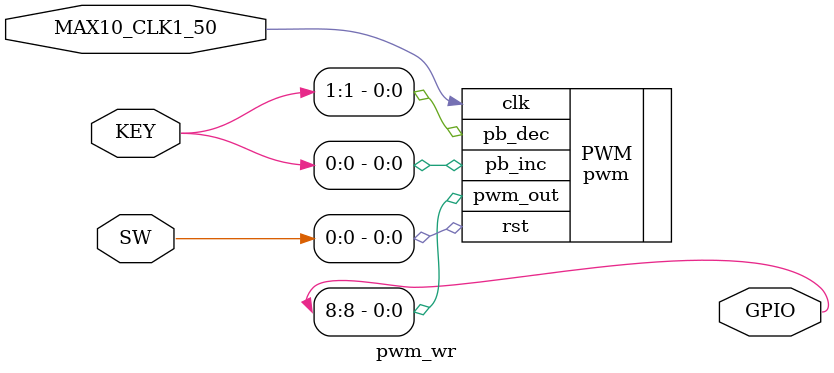
<source format=v>
module pwm_wr (
	input [1:0] KEY,
	input MAX10_CLK1_50,
	input [9:0] SW,
	output [35:0] GPIO
);

pwm PWM (.pb_inc(KEY[0]),.pb_dec(KEY[1]),.clk(MAX10_CLK1_50),.rst(SW[0]),.pwm_out(GPIO[8]));

endmodule
</source>
